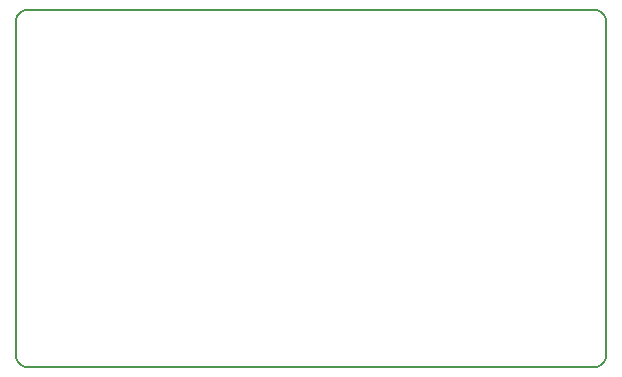
<source format=gbr>
G04 #@! TF.FileFunction,Profile,NP*
%FSLAX46Y46*%
G04 Gerber Fmt 4.6, Leading zero omitted, Abs format (unit mm)*
G04 Created by KiCad (PCBNEW 4.0.4-stable) date 02/21/17 16:43:53*
%MOMM*%
%LPD*%
G01*
G04 APERTURE LIST*
%ADD10C,0.100000*%
%ADD11C,0.150000*%
G04 APERTURE END LIST*
D10*
D11*
X64250000Y-49500000D02*
X64250000Y-21250000D01*
X14250000Y-21250000D02*
X14250000Y-49500000D01*
X15250000Y-50500000D02*
X63250000Y-50500000D01*
X63250000Y-20250000D02*
X15250000Y-20250000D01*
X63250000Y-50500000D02*
G75*
G03X64250000Y-49500000I0J1000000D01*
G01*
X64250000Y-21250000D02*
G75*
G03X63250000Y-20250000I-1000000J0D01*
G01*
X15250000Y-20250000D02*
G75*
G03X14250000Y-21250000I0J-1000000D01*
G01*
X14250000Y-49500000D02*
G75*
G03X15250000Y-50500000I1000000J0D01*
G01*
M02*

</source>
